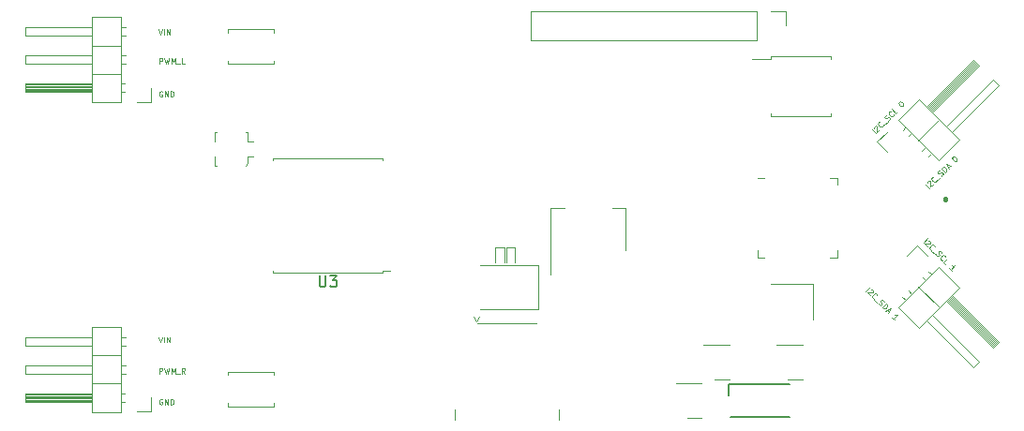
<source format=gbr>
%TF.GenerationSoftware,KiCad,Pcbnew,8.0.1*%
%TF.CreationDate,2024-03-30T16:51:40-04:00*%
%TF.ProjectId,pulp,70756c70-2e6b-4696-9361-645f70636258,rev?*%
%TF.SameCoordinates,Original*%
%TF.FileFunction,Legend,Top*%
%TF.FilePolarity,Positive*%
%FSLAX46Y46*%
G04 Gerber Fmt 4.6, Leading zero omitted, Abs format (unit mm)*
G04 Created by KiCad (PCBNEW 8.0.1) date 2024-03-30 16:51:40*
%MOMM*%
%LPD*%
G01*
G04 APERTURE LIST*
%ADD10C,0.125000*%
%ADD11C,0.100000*%
%ADD12C,0.150000*%
%ADD13C,0.120000*%
%ADD14C,0.381000*%
G04 APERTURE END LIST*
D10*
X39329855Y-74032309D02*
X39496521Y-74532309D01*
X39496521Y-74532309D02*
X39663188Y-74032309D01*
X39829854Y-74532309D02*
X39829854Y-74032309D01*
X40067949Y-74532309D02*
X40067949Y-74032309D01*
X40067949Y-74032309D02*
X40353663Y-74532309D01*
X40353663Y-74532309D02*
X40353663Y-74032309D01*
X39663188Y-79656119D02*
X39615569Y-79632309D01*
X39615569Y-79632309D02*
X39544140Y-79632309D01*
X39544140Y-79632309D02*
X39472712Y-79656119D01*
X39472712Y-79656119D02*
X39425093Y-79703738D01*
X39425093Y-79703738D02*
X39401283Y-79751357D01*
X39401283Y-79751357D02*
X39377474Y-79846595D01*
X39377474Y-79846595D02*
X39377474Y-79918023D01*
X39377474Y-79918023D02*
X39401283Y-80013261D01*
X39401283Y-80013261D02*
X39425093Y-80060880D01*
X39425093Y-80060880D02*
X39472712Y-80108500D01*
X39472712Y-80108500D02*
X39544140Y-80132309D01*
X39544140Y-80132309D02*
X39591759Y-80132309D01*
X39591759Y-80132309D02*
X39663188Y-80108500D01*
X39663188Y-80108500D02*
X39686997Y-80084690D01*
X39686997Y-80084690D02*
X39686997Y-79918023D01*
X39686997Y-79918023D02*
X39591759Y-79918023D01*
X39901283Y-80132309D02*
X39901283Y-79632309D01*
X39901283Y-79632309D02*
X40186997Y-80132309D01*
X40186997Y-80132309D02*
X40186997Y-79632309D01*
X40425093Y-80132309D02*
X40425093Y-79632309D01*
X40425093Y-79632309D02*
X40544141Y-79632309D01*
X40544141Y-79632309D02*
X40615569Y-79656119D01*
X40615569Y-79656119D02*
X40663188Y-79703738D01*
X40663188Y-79703738D02*
X40686998Y-79751357D01*
X40686998Y-79751357D02*
X40710807Y-79846595D01*
X40710807Y-79846595D02*
X40710807Y-79918023D01*
X40710807Y-79918023D02*
X40686998Y-80013261D01*
X40686998Y-80013261D02*
X40663188Y-80060880D01*
X40663188Y-80060880D02*
X40615569Y-80108500D01*
X40615569Y-80108500D02*
X40544141Y-80132309D01*
X40544141Y-80132309D02*
X40425093Y-80132309D01*
X39401283Y-49332309D02*
X39401283Y-48832309D01*
X39401283Y-48832309D02*
X39591759Y-48832309D01*
X39591759Y-48832309D02*
X39639378Y-48856119D01*
X39639378Y-48856119D02*
X39663188Y-48879928D01*
X39663188Y-48879928D02*
X39686997Y-48927547D01*
X39686997Y-48927547D02*
X39686997Y-48998976D01*
X39686997Y-48998976D02*
X39663188Y-49046595D01*
X39663188Y-49046595D02*
X39639378Y-49070404D01*
X39639378Y-49070404D02*
X39591759Y-49094214D01*
X39591759Y-49094214D02*
X39401283Y-49094214D01*
X39853664Y-48832309D02*
X39972712Y-49332309D01*
X39972712Y-49332309D02*
X40067950Y-48975166D01*
X40067950Y-48975166D02*
X40163188Y-49332309D01*
X40163188Y-49332309D02*
X40282236Y-48832309D01*
X40472712Y-49332309D02*
X40472712Y-48832309D01*
X40472712Y-48832309D02*
X40639379Y-49189452D01*
X40639379Y-49189452D02*
X40806045Y-48832309D01*
X40806045Y-48832309D02*
X40806045Y-49332309D01*
X40925094Y-49379928D02*
X41306046Y-49379928D01*
X41663188Y-49332309D02*
X41425093Y-49332309D01*
X41425093Y-49332309D02*
X41425093Y-48832309D01*
X39663188Y-51856119D02*
X39615569Y-51832309D01*
X39615569Y-51832309D02*
X39544140Y-51832309D01*
X39544140Y-51832309D02*
X39472712Y-51856119D01*
X39472712Y-51856119D02*
X39425093Y-51903738D01*
X39425093Y-51903738D02*
X39401283Y-51951357D01*
X39401283Y-51951357D02*
X39377474Y-52046595D01*
X39377474Y-52046595D02*
X39377474Y-52118023D01*
X39377474Y-52118023D02*
X39401283Y-52213261D01*
X39401283Y-52213261D02*
X39425093Y-52260880D01*
X39425093Y-52260880D02*
X39472712Y-52308500D01*
X39472712Y-52308500D02*
X39544140Y-52332309D01*
X39544140Y-52332309D02*
X39591759Y-52332309D01*
X39591759Y-52332309D02*
X39663188Y-52308500D01*
X39663188Y-52308500D02*
X39686997Y-52284690D01*
X39686997Y-52284690D02*
X39686997Y-52118023D01*
X39686997Y-52118023D02*
X39591759Y-52118023D01*
X39901283Y-52332309D02*
X39901283Y-51832309D01*
X39901283Y-51832309D02*
X40186997Y-52332309D01*
X40186997Y-52332309D02*
X40186997Y-51832309D01*
X40425093Y-52332309D02*
X40425093Y-51832309D01*
X40425093Y-51832309D02*
X40544141Y-51832309D01*
X40544141Y-51832309D02*
X40615569Y-51856119D01*
X40615569Y-51856119D02*
X40663188Y-51903738D01*
X40663188Y-51903738D02*
X40686998Y-51951357D01*
X40686998Y-51951357D02*
X40710807Y-52046595D01*
X40710807Y-52046595D02*
X40710807Y-52118023D01*
X40710807Y-52118023D02*
X40686998Y-52213261D01*
X40686998Y-52213261D02*
X40663188Y-52260880D01*
X40663188Y-52260880D02*
X40615569Y-52308500D01*
X40615569Y-52308500D02*
X40544141Y-52332309D01*
X40544141Y-52332309D02*
X40425093Y-52332309D01*
X39401283Y-77332309D02*
X39401283Y-76832309D01*
X39401283Y-76832309D02*
X39591759Y-76832309D01*
X39591759Y-76832309D02*
X39639378Y-76856119D01*
X39639378Y-76856119D02*
X39663188Y-76879928D01*
X39663188Y-76879928D02*
X39686997Y-76927547D01*
X39686997Y-76927547D02*
X39686997Y-76998976D01*
X39686997Y-76998976D02*
X39663188Y-77046595D01*
X39663188Y-77046595D02*
X39639378Y-77070404D01*
X39639378Y-77070404D02*
X39591759Y-77094214D01*
X39591759Y-77094214D02*
X39401283Y-77094214D01*
X39853664Y-76832309D02*
X39972712Y-77332309D01*
X39972712Y-77332309D02*
X40067950Y-76975166D01*
X40067950Y-76975166D02*
X40163188Y-77332309D01*
X40163188Y-77332309D02*
X40282236Y-76832309D01*
X40472712Y-77332309D02*
X40472712Y-76832309D01*
X40472712Y-76832309D02*
X40639379Y-77189452D01*
X40639379Y-77189452D02*
X40806045Y-76832309D01*
X40806045Y-76832309D02*
X40806045Y-77332309D01*
X40925094Y-77379928D02*
X41306046Y-77379928D01*
X41710807Y-77332309D02*
X41544141Y-77094214D01*
X41425093Y-77332309D02*
X41425093Y-76832309D01*
X41425093Y-76832309D02*
X41615569Y-76832309D01*
X41615569Y-76832309D02*
X41663188Y-76856119D01*
X41663188Y-76856119D02*
X41686998Y-76879928D01*
X41686998Y-76879928D02*
X41710807Y-76927547D01*
X41710807Y-76927547D02*
X41710807Y-76998976D01*
X41710807Y-76998976D02*
X41686998Y-77046595D01*
X41686998Y-77046595D02*
X41663188Y-77070404D01*
X41663188Y-77070404D02*
X41615569Y-77094214D01*
X41615569Y-77094214D02*
X41425093Y-77094214D01*
X39329855Y-46232309D02*
X39496521Y-46732309D01*
X39496521Y-46732309D02*
X39663188Y-46232309D01*
X39829854Y-46732309D02*
X39829854Y-46232309D01*
X40067949Y-46732309D02*
X40067949Y-46232309D01*
X40067949Y-46232309D02*
X40353663Y-46732309D01*
X40353663Y-46732309D02*
X40353663Y-46232309D01*
X108894464Y-60609806D02*
X108540911Y-60256253D01*
X108726105Y-60138402D02*
X108726105Y-60104730D01*
X108726105Y-60104730D02*
X108742941Y-60054222D01*
X108742941Y-60054222D02*
X108827120Y-59970043D01*
X108827120Y-59970043D02*
X108877628Y-59953207D01*
X108877628Y-59953207D02*
X108911300Y-59953207D01*
X108911300Y-59953207D02*
X108961807Y-59970043D01*
X108961807Y-59970043D02*
X108995479Y-60003715D01*
X108995479Y-60003715D02*
X109029151Y-60071058D01*
X109029151Y-60071058D02*
X109029151Y-60475119D01*
X109029151Y-60475119D02*
X109248017Y-60256253D01*
X109567899Y-59869028D02*
X109567899Y-59902700D01*
X109567899Y-59902700D02*
X109534227Y-59970043D01*
X109534227Y-59970043D02*
X109500555Y-60003715D01*
X109500555Y-60003715D02*
X109433212Y-60037387D01*
X109433212Y-60037387D02*
X109365868Y-60037387D01*
X109365868Y-60037387D02*
X109315361Y-60020551D01*
X109315361Y-60020551D02*
X109231181Y-59970043D01*
X109231181Y-59970043D02*
X109180673Y-59919536D01*
X109180673Y-59919536D02*
X109130166Y-59835356D01*
X109130166Y-59835356D02*
X109113330Y-59784849D01*
X109113330Y-59784849D02*
X109113330Y-59717505D01*
X109113330Y-59717505D02*
X109147002Y-59650162D01*
X109147002Y-59650162D02*
X109180673Y-59616490D01*
X109180673Y-59616490D02*
X109248017Y-59582818D01*
X109248017Y-59582818D02*
X109281689Y-59582818D01*
X109702586Y-59869028D02*
X109971960Y-59599654D01*
X109988795Y-59481803D02*
X110056139Y-59448131D01*
X110056139Y-59448131D02*
X110140318Y-59363952D01*
X110140318Y-59363952D02*
X110157154Y-59313444D01*
X110157154Y-59313444D02*
X110157154Y-59279773D01*
X110157154Y-59279773D02*
X110140318Y-59229265D01*
X110140318Y-59229265D02*
X110106646Y-59195593D01*
X110106646Y-59195593D02*
X110056139Y-59178757D01*
X110056139Y-59178757D02*
X110022467Y-59178757D01*
X110022467Y-59178757D02*
X109971959Y-59195593D01*
X109971959Y-59195593D02*
X109887780Y-59246101D01*
X109887780Y-59246101D02*
X109837272Y-59262937D01*
X109837272Y-59262937D02*
X109803601Y-59262937D01*
X109803601Y-59262937D02*
X109753093Y-59246101D01*
X109753093Y-59246101D02*
X109719421Y-59212429D01*
X109719421Y-59212429D02*
X109702585Y-59161922D01*
X109702585Y-59161922D02*
X109702585Y-59128250D01*
X109702585Y-59128250D02*
X109719421Y-59077742D01*
X109719421Y-59077742D02*
X109803601Y-58993563D01*
X109803601Y-58993563D02*
X109870944Y-58959891D01*
X110359184Y-59145086D02*
X110005631Y-58791533D01*
X110005631Y-58791533D02*
X110089810Y-58707353D01*
X110089810Y-58707353D02*
X110157154Y-58673681D01*
X110157154Y-58673681D02*
X110224497Y-58673681D01*
X110224497Y-58673681D02*
X110275005Y-58690517D01*
X110275005Y-58690517D02*
X110359184Y-58741025D01*
X110359184Y-58741025D02*
X110409692Y-58791533D01*
X110409692Y-58791533D02*
X110460199Y-58875712D01*
X110460199Y-58875712D02*
X110477035Y-58926220D01*
X110477035Y-58926220D02*
X110477035Y-58993563D01*
X110477035Y-58993563D02*
X110443364Y-59060907D01*
X110443364Y-59060907D02*
X110359184Y-59145086D01*
X110594886Y-58707353D02*
X110763245Y-58538994D01*
X110662230Y-58842040D02*
X110426528Y-58370636D01*
X110426528Y-58370636D02*
X110897932Y-58606338D01*
X110998947Y-57798217D02*
X111032619Y-57764545D01*
X111032619Y-57764545D02*
X111083126Y-57747709D01*
X111083126Y-57747709D02*
X111116798Y-57747709D01*
X111116798Y-57747709D02*
X111167306Y-57764545D01*
X111167306Y-57764545D02*
X111251485Y-57815052D01*
X111251485Y-57815052D02*
X111335664Y-57899232D01*
X111335664Y-57899232D02*
X111386172Y-57983411D01*
X111386172Y-57983411D02*
X111403008Y-58033919D01*
X111403008Y-58033919D02*
X111403008Y-58067591D01*
X111403008Y-58067591D02*
X111386172Y-58118098D01*
X111386172Y-58118098D02*
X111352500Y-58151770D01*
X111352500Y-58151770D02*
X111301993Y-58168606D01*
X111301993Y-58168606D02*
X111268321Y-58168606D01*
X111268321Y-58168606D02*
X111217813Y-58151770D01*
X111217813Y-58151770D02*
X111133634Y-58101262D01*
X111133634Y-58101262D02*
X111049455Y-58017083D01*
X111049455Y-58017083D02*
X110998947Y-57932904D01*
X110998947Y-57932904D02*
X110982111Y-57882396D01*
X110982111Y-57882396D02*
X110982111Y-57848724D01*
X110982111Y-57848724D02*
X110998947Y-57798217D01*
D11*
X104083754Y-55622355D02*
X103730200Y-55268802D01*
X103915395Y-55150951D02*
X103915395Y-55117279D01*
X103915395Y-55117279D02*
X103932231Y-55066771D01*
X103932231Y-55066771D02*
X104016410Y-54982592D01*
X104016410Y-54982592D02*
X104066918Y-54965756D01*
X104066918Y-54965756D02*
X104100589Y-54965756D01*
X104100589Y-54965756D02*
X104151097Y-54982592D01*
X104151097Y-54982592D02*
X104184769Y-55016264D01*
X104184769Y-55016264D02*
X104218440Y-55083607D01*
X104218440Y-55083607D02*
X104218440Y-55487668D01*
X104218440Y-55487668D02*
X104437307Y-55268802D01*
X104757188Y-54881577D02*
X104757188Y-54915249D01*
X104757188Y-54915249D02*
X104723516Y-54982592D01*
X104723516Y-54982592D02*
X104689845Y-55016264D01*
X104689845Y-55016264D02*
X104622501Y-55049936D01*
X104622501Y-55049936D02*
X104555158Y-55049936D01*
X104555158Y-55049936D02*
X104504650Y-55033100D01*
X104504650Y-55033100D02*
X104420471Y-54982592D01*
X104420471Y-54982592D02*
X104369963Y-54932085D01*
X104369963Y-54932085D02*
X104319455Y-54847905D01*
X104319455Y-54847905D02*
X104302619Y-54797398D01*
X104302619Y-54797398D02*
X104302619Y-54730054D01*
X104302619Y-54730054D02*
X104336291Y-54662711D01*
X104336291Y-54662711D02*
X104369963Y-54629039D01*
X104369963Y-54629039D02*
X104437306Y-54595367D01*
X104437306Y-54595367D02*
X104470978Y-54595367D01*
X104891875Y-54881577D02*
X105161249Y-54612203D01*
X105178085Y-54494352D02*
X105245428Y-54460680D01*
X105245428Y-54460680D02*
X105329608Y-54376501D01*
X105329608Y-54376501D02*
X105346443Y-54325993D01*
X105346443Y-54325993D02*
X105346443Y-54292322D01*
X105346443Y-54292322D02*
X105329608Y-54241814D01*
X105329608Y-54241814D02*
X105295936Y-54208142D01*
X105295936Y-54208142D02*
X105245428Y-54191306D01*
X105245428Y-54191306D02*
X105211756Y-54191306D01*
X105211756Y-54191306D02*
X105161249Y-54208142D01*
X105161249Y-54208142D02*
X105077069Y-54258650D01*
X105077069Y-54258650D02*
X105026562Y-54275486D01*
X105026562Y-54275486D02*
X104992890Y-54275486D01*
X104992890Y-54275486D02*
X104942382Y-54258650D01*
X104942382Y-54258650D02*
X104908711Y-54224978D01*
X104908711Y-54224978D02*
X104891875Y-54174471D01*
X104891875Y-54174471D02*
X104891875Y-54140799D01*
X104891875Y-54140799D02*
X104908711Y-54090291D01*
X104908711Y-54090291D02*
X104992890Y-54006112D01*
X104992890Y-54006112D02*
X105060234Y-53972440D01*
X105716832Y-53921933D02*
X105716832Y-53955605D01*
X105716832Y-53955605D02*
X105683161Y-54022948D01*
X105683161Y-54022948D02*
X105649489Y-54056620D01*
X105649489Y-54056620D02*
X105582145Y-54090292D01*
X105582145Y-54090292D02*
X105514802Y-54090292D01*
X105514802Y-54090292D02*
X105464294Y-54073456D01*
X105464294Y-54073456D02*
X105380115Y-54022948D01*
X105380115Y-54022948D02*
X105329607Y-53972440D01*
X105329607Y-53972440D02*
X105279100Y-53888261D01*
X105279100Y-53888261D02*
X105262264Y-53837753D01*
X105262264Y-53837753D02*
X105262264Y-53770410D01*
X105262264Y-53770410D02*
X105295936Y-53703066D01*
X105295936Y-53703066D02*
X105329607Y-53669395D01*
X105329607Y-53669395D02*
X105396951Y-53635723D01*
X105396951Y-53635723D02*
X105430623Y-53635723D01*
X106070386Y-53635723D02*
X105902027Y-53804082D01*
X105902027Y-53804082D02*
X105548474Y-53450528D01*
X106171401Y-52827601D02*
X106205073Y-52793929D01*
X106205073Y-52793929D02*
X106255580Y-52777093D01*
X106255580Y-52777093D02*
X106289252Y-52777093D01*
X106289252Y-52777093D02*
X106339760Y-52793929D01*
X106339760Y-52793929D02*
X106423939Y-52844437D01*
X106423939Y-52844437D02*
X106508118Y-52928616D01*
X106508118Y-52928616D02*
X106558626Y-53012796D01*
X106558626Y-53012796D02*
X106575462Y-53063303D01*
X106575462Y-53063303D02*
X106575462Y-53096975D01*
X106575462Y-53096975D02*
X106558626Y-53147483D01*
X106558626Y-53147483D02*
X106524954Y-53181154D01*
X106524954Y-53181154D02*
X106474447Y-53197990D01*
X106474447Y-53197990D02*
X106440775Y-53197990D01*
X106440775Y-53197990D02*
X106390267Y-53181154D01*
X106390267Y-53181154D02*
X106306088Y-53130647D01*
X106306088Y-53130647D02*
X106221908Y-53046467D01*
X106221908Y-53046467D02*
X106171401Y-52962288D01*
X106171401Y-52962288D02*
X106154565Y-52911780D01*
X106154565Y-52911780D02*
X106154565Y-52878109D01*
X106154565Y-52878109D02*
X106171401Y-52827601D01*
D10*
X103190193Y-69894464D02*
X103543746Y-69540911D01*
X103661597Y-69726105D02*
X103695269Y-69726105D01*
X103695269Y-69726105D02*
X103745777Y-69742941D01*
X103745777Y-69742941D02*
X103829956Y-69827120D01*
X103829956Y-69827120D02*
X103846792Y-69877628D01*
X103846792Y-69877628D02*
X103846792Y-69911300D01*
X103846792Y-69911300D02*
X103829956Y-69961807D01*
X103829956Y-69961807D02*
X103796284Y-69995479D01*
X103796284Y-69995479D02*
X103728941Y-70029151D01*
X103728941Y-70029151D02*
X103324880Y-70029151D01*
X103324880Y-70029151D02*
X103543746Y-70248017D01*
X103930971Y-70567899D02*
X103897299Y-70567899D01*
X103897299Y-70567899D02*
X103829956Y-70534227D01*
X103829956Y-70534227D02*
X103796284Y-70500555D01*
X103796284Y-70500555D02*
X103762612Y-70433212D01*
X103762612Y-70433212D02*
X103762612Y-70365868D01*
X103762612Y-70365868D02*
X103779448Y-70315361D01*
X103779448Y-70315361D02*
X103829956Y-70231181D01*
X103829956Y-70231181D02*
X103880463Y-70180673D01*
X103880463Y-70180673D02*
X103964643Y-70130166D01*
X103964643Y-70130166D02*
X104015150Y-70113330D01*
X104015150Y-70113330D02*
X104082494Y-70113330D01*
X104082494Y-70113330D02*
X104149837Y-70147002D01*
X104149837Y-70147002D02*
X104183509Y-70180673D01*
X104183509Y-70180673D02*
X104217181Y-70248017D01*
X104217181Y-70248017D02*
X104217181Y-70281689D01*
X103930971Y-70702586D02*
X104200345Y-70971960D01*
X104318196Y-70988795D02*
X104351868Y-71056139D01*
X104351868Y-71056139D02*
X104436047Y-71140318D01*
X104436047Y-71140318D02*
X104486555Y-71157154D01*
X104486555Y-71157154D02*
X104520226Y-71157154D01*
X104520226Y-71157154D02*
X104570734Y-71140318D01*
X104570734Y-71140318D02*
X104604406Y-71106646D01*
X104604406Y-71106646D02*
X104621242Y-71056139D01*
X104621242Y-71056139D02*
X104621242Y-71022467D01*
X104621242Y-71022467D02*
X104604406Y-70971959D01*
X104604406Y-70971959D02*
X104553898Y-70887780D01*
X104553898Y-70887780D02*
X104537062Y-70837272D01*
X104537062Y-70837272D02*
X104537062Y-70803601D01*
X104537062Y-70803601D02*
X104553898Y-70753093D01*
X104553898Y-70753093D02*
X104587570Y-70719421D01*
X104587570Y-70719421D02*
X104638077Y-70702585D01*
X104638077Y-70702585D02*
X104671749Y-70702585D01*
X104671749Y-70702585D02*
X104722257Y-70719421D01*
X104722257Y-70719421D02*
X104806436Y-70803601D01*
X104806436Y-70803601D02*
X104840108Y-70870944D01*
X104654913Y-71359184D02*
X105008466Y-71005631D01*
X105008466Y-71005631D02*
X105092646Y-71089810D01*
X105092646Y-71089810D02*
X105126318Y-71157154D01*
X105126318Y-71157154D02*
X105126318Y-71224497D01*
X105126318Y-71224497D02*
X105109482Y-71275005D01*
X105109482Y-71275005D02*
X105058974Y-71359184D01*
X105058974Y-71359184D02*
X105008466Y-71409692D01*
X105008466Y-71409692D02*
X104924287Y-71460199D01*
X104924287Y-71460199D02*
X104873779Y-71477035D01*
X104873779Y-71477035D02*
X104806436Y-71477035D01*
X104806436Y-71477035D02*
X104739092Y-71443364D01*
X104739092Y-71443364D02*
X104654913Y-71359184D01*
X105092646Y-71594886D02*
X105261005Y-71763245D01*
X104957959Y-71662230D02*
X105429363Y-71426528D01*
X105429363Y-71426528D02*
X105193661Y-71897932D01*
X105766080Y-72470351D02*
X105564050Y-72268321D01*
X105665065Y-72369336D02*
X106018618Y-72015783D01*
X106018618Y-72015783D02*
X105934439Y-72032619D01*
X105934439Y-72032619D02*
X105867095Y-72032619D01*
X105867095Y-72032619D02*
X105816588Y-72015783D01*
D11*
X108377644Y-65483754D02*
X108731197Y-65130200D01*
X108849048Y-65315395D02*
X108882720Y-65315395D01*
X108882720Y-65315395D02*
X108933228Y-65332231D01*
X108933228Y-65332231D02*
X109017407Y-65416410D01*
X109017407Y-65416410D02*
X109034243Y-65466918D01*
X109034243Y-65466918D02*
X109034243Y-65500589D01*
X109034243Y-65500589D02*
X109017407Y-65551097D01*
X109017407Y-65551097D02*
X108983735Y-65584769D01*
X108983735Y-65584769D02*
X108916392Y-65618440D01*
X108916392Y-65618440D02*
X108512331Y-65618440D01*
X108512331Y-65618440D02*
X108731197Y-65837307D01*
X109118422Y-66157188D02*
X109084750Y-66157188D01*
X109084750Y-66157188D02*
X109017407Y-66123516D01*
X109017407Y-66123516D02*
X108983735Y-66089845D01*
X108983735Y-66089845D02*
X108950063Y-66022501D01*
X108950063Y-66022501D02*
X108950063Y-65955158D01*
X108950063Y-65955158D02*
X108966899Y-65904650D01*
X108966899Y-65904650D02*
X109017407Y-65820471D01*
X109017407Y-65820471D02*
X109067914Y-65769963D01*
X109067914Y-65769963D02*
X109152094Y-65719455D01*
X109152094Y-65719455D02*
X109202601Y-65702619D01*
X109202601Y-65702619D02*
X109269945Y-65702619D01*
X109269945Y-65702619D02*
X109337288Y-65736291D01*
X109337288Y-65736291D02*
X109370960Y-65769963D01*
X109370960Y-65769963D02*
X109404632Y-65837306D01*
X109404632Y-65837306D02*
X109404632Y-65870978D01*
X109118422Y-66291875D02*
X109387796Y-66561249D01*
X109505647Y-66578085D02*
X109539319Y-66645428D01*
X109539319Y-66645428D02*
X109623498Y-66729608D01*
X109623498Y-66729608D02*
X109674006Y-66746443D01*
X109674006Y-66746443D02*
X109707677Y-66746443D01*
X109707677Y-66746443D02*
X109758185Y-66729608D01*
X109758185Y-66729608D02*
X109791857Y-66695936D01*
X109791857Y-66695936D02*
X109808693Y-66645428D01*
X109808693Y-66645428D02*
X109808693Y-66611756D01*
X109808693Y-66611756D02*
X109791857Y-66561249D01*
X109791857Y-66561249D02*
X109741349Y-66477069D01*
X109741349Y-66477069D02*
X109724513Y-66426562D01*
X109724513Y-66426562D02*
X109724513Y-66392890D01*
X109724513Y-66392890D02*
X109741349Y-66342382D01*
X109741349Y-66342382D02*
X109775021Y-66308711D01*
X109775021Y-66308711D02*
X109825528Y-66291875D01*
X109825528Y-66291875D02*
X109859200Y-66291875D01*
X109859200Y-66291875D02*
X109909708Y-66308711D01*
X109909708Y-66308711D02*
X109993887Y-66392890D01*
X109993887Y-66392890D02*
X110027559Y-66460234D01*
X110078066Y-67116832D02*
X110044394Y-67116832D01*
X110044394Y-67116832D02*
X109977051Y-67083161D01*
X109977051Y-67083161D02*
X109943379Y-67049489D01*
X109943379Y-67049489D02*
X109909707Y-66982145D01*
X109909707Y-66982145D02*
X109909707Y-66914802D01*
X109909707Y-66914802D02*
X109926543Y-66864294D01*
X109926543Y-66864294D02*
X109977051Y-66780115D01*
X109977051Y-66780115D02*
X110027559Y-66729607D01*
X110027559Y-66729607D02*
X110111738Y-66679100D01*
X110111738Y-66679100D02*
X110162246Y-66662264D01*
X110162246Y-66662264D02*
X110229589Y-66662264D01*
X110229589Y-66662264D02*
X110296933Y-66695936D01*
X110296933Y-66695936D02*
X110330604Y-66729607D01*
X110330604Y-66729607D02*
X110364276Y-66796951D01*
X110364276Y-66796951D02*
X110364276Y-66830623D01*
X110364276Y-67470386D02*
X110195917Y-67302027D01*
X110195917Y-67302027D02*
X110549471Y-66948474D01*
X110936696Y-68042805D02*
X110734665Y-67840775D01*
X110835680Y-67941790D02*
X111189234Y-67588237D01*
X111189234Y-67588237D02*
X111105054Y-67605073D01*
X111105054Y-67605073D02*
X111037711Y-67605073D01*
X111037711Y-67605073D02*
X110987203Y-67588237D01*
D12*
X53858095Y-68504819D02*
X53858095Y-69314342D01*
X53858095Y-69314342D02*
X53905714Y-69409580D01*
X53905714Y-69409580D02*
X53953333Y-69457200D01*
X53953333Y-69457200D02*
X54048571Y-69504819D01*
X54048571Y-69504819D02*
X54239047Y-69504819D01*
X54239047Y-69504819D02*
X54334285Y-69457200D01*
X54334285Y-69457200D02*
X54381904Y-69409580D01*
X54381904Y-69409580D02*
X54429523Y-69314342D01*
X54429523Y-69314342D02*
X54429523Y-68504819D01*
X54810476Y-68504819D02*
X55429523Y-68504819D01*
X55429523Y-68504819D02*
X55096190Y-68885771D01*
X55096190Y-68885771D02*
X55239047Y-68885771D01*
X55239047Y-68885771D02*
X55334285Y-68933390D01*
X55334285Y-68933390D02*
X55381904Y-68981009D01*
X55381904Y-68981009D02*
X55429523Y-69076247D01*
X55429523Y-69076247D02*
X55429523Y-69314342D01*
X55429523Y-69314342D02*
X55381904Y-69409580D01*
X55381904Y-69409580D02*
X55334285Y-69457200D01*
X55334285Y-69457200D02*
X55239047Y-69504819D01*
X55239047Y-69504819D02*
X54953333Y-69504819D01*
X54953333Y-69504819D02*
X54858095Y-69457200D01*
X54858095Y-69457200D02*
X54810476Y-69409580D01*
D13*
%TO.C,D4*%
X73590000Y-71510000D02*
X73590000Y-67590000D01*
X73590000Y-67590000D02*
X68380000Y-67590000D01*
X68380000Y-71510000D02*
X73590000Y-71510000D01*
%TO.C,J5*%
X38645000Y-52795000D02*
X37375000Y-52795000D01*
X38645000Y-51525000D02*
X38645000Y-52795000D01*
X36332071Y-49365000D02*
X35935000Y-49365000D01*
X36332071Y-48605000D02*
X35935000Y-48605000D01*
X36332071Y-46825000D02*
X35935000Y-46825000D01*
X36332071Y-46065000D02*
X35935000Y-46065000D01*
X36265000Y-51905000D02*
X35935000Y-51905000D01*
X36265000Y-51145000D02*
X35935000Y-51145000D01*
X35935000Y-52855000D02*
X35935000Y-45115000D01*
X35935000Y-50255000D02*
X33275000Y-50255000D01*
X35935000Y-47715000D02*
X33275000Y-47715000D01*
X35935000Y-45115000D02*
X33275000Y-45115000D01*
X33275000Y-52855000D02*
X35935000Y-52855000D01*
X33275000Y-51905000D02*
X27275000Y-51905000D01*
X33275000Y-51845000D02*
X27275000Y-51845000D01*
X33275000Y-51725000D02*
X27275000Y-51725000D01*
X33275000Y-51605000D02*
X27275000Y-51605000D01*
X33275000Y-51485000D02*
X27275000Y-51485000D01*
X33275000Y-51365000D02*
X27275000Y-51365000D01*
X33275000Y-51245000D02*
X27275000Y-51245000D01*
X33275000Y-49365000D02*
X27275000Y-49365000D01*
X33275000Y-46825000D02*
X27275000Y-46825000D01*
X33275000Y-45115000D02*
X33275000Y-52855000D01*
X27275000Y-51905000D02*
X27275000Y-51145000D01*
X27275000Y-51145000D02*
X33275000Y-51145000D01*
X27275000Y-49365000D02*
X27275000Y-48605000D01*
X27275000Y-48605000D02*
X33275000Y-48605000D01*
X27275000Y-46825000D02*
X27275000Y-46065000D01*
X27275000Y-46065000D02*
X33275000Y-46065000D01*
%TO.C,J6*%
X95935000Y-44575000D02*
X95935000Y-45905000D01*
X94605000Y-44575000D02*
X95935000Y-44575000D01*
X93335000Y-47235000D02*
X72955000Y-47235000D01*
X93335000Y-44575000D02*
X93335000Y-47235000D01*
X93335000Y-44575000D02*
X72955000Y-44575000D01*
X72955000Y-44575000D02*
X72955000Y-47235000D01*
%TO.C,J4*%
X38675000Y-80795000D02*
X37405000Y-80795000D01*
X38675000Y-79525000D02*
X38675000Y-80795000D01*
X36362071Y-77365000D02*
X35965000Y-77365000D01*
X36362071Y-76605000D02*
X35965000Y-76605000D01*
X36362071Y-74825000D02*
X35965000Y-74825000D01*
X36362071Y-74065000D02*
X35965000Y-74065000D01*
X36295000Y-79905000D02*
X35965000Y-79905000D01*
X36295000Y-79145000D02*
X35965000Y-79145000D01*
X35965000Y-80855000D02*
X35965000Y-73115000D01*
X35965000Y-78255000D02*
X33305000Y-78255000D01*
X35965000Y-75715000D02*
X33305000Y-75715000D01*
X35965000Y-73115000D02*
X33305000Y-73115000D01*
X33305000Y-80855000D02*
X35965000Y-80855000D01*
X33305000Y-79905000D02*
X27305000Y-79905000D01*
X33305000Y-79845000D02*
X27305000Y-79845000D01*
X33305000Y-79725000D02*
X27305000Y-79725000D01*
X33305000Y-79605000D02*
X27305000Y-79605000D01*
X33305000Y-79485000D02*
X27305000Y-79485000D01*
X33305000Y-79365000D02*
X27305000Y-79365000D01*
X33305000Y-79245000D02*
X27305000Y-79245000D01*
X33305000Y-77365000D02*
X27305000Y-77365000D01*
X33305000Y-74825000D02*
X27305000Y-74825000D01*
X33305000Y-73115000D02*
X33305000Y-80855000D01*
X27305000Y-79905000D02*
X27305000Y-79145000D01*
X27305000Y-79145000D02*
X33305000Y-79145000D01*
X27305000Y-77365000D02*
X27305000Y-76605000D01*
X27305000Y-76605000D02*
X33305000Y-76605000D01*
X27305000Y-74825000D02*
X27305000Y-74065000D01*
X27305000Y-74065000D02*
X33305000Y-74065000D01*
%TO.C,D1*%
X70530000Y-67300000D02*
X70530000Y-65940000D01*
X70530000Y-65940000D02*
X69730000Y-65940000D01*
X69730000Y-67300000D02*
X69730000Y-65940000D01*
%TO.C,U2*%
X100610000Y-66860000D02*
X100610000Y-66210000D01*
X100610000Y-59640000D02*
X100610000Y-60290000D01*
X99960000Y-66860000D02*
X100610000Y-66860000D01*
X99960000Y-59640000D02*
X100610000Y-59640000D01*
X94040000Y-66860000D02*
X93390000Y-66860000D01*
X94040000Y-59640000D02*
X93390000Y-59640000D01*
X93390000Y-66860000D02*
X93390000Y-66210000D01*
%TO.C,D2*%
X71530000Y-67300000D02*
X71530000Y-65940000D01*
X71530000Y-65940000D02*
X70730000Y-65940000D01*
X70730000Y-67300000D02*
X70730000Y-65940000D01*
%TO.C,X2*%
X98430000Y-72435000D02*
X98430000Y-69285000D01*
X98430000Y-69285000D02*
X94630000Y-69285000D01*
D12*
%TO.C,D3*%
X96330000Y-81300000D02*
X90930000Y-81300000D01*
X96330000Y-78300000D02*
X90830000Y-78300000D01*
X90830000Y-79300000D02*
X90830000Y-78300000D01*
D13*
%TO.C,J1*%
X47380000Y-58350000D02*
X47180000Y-58550000D01*
X47380000Y-57750000D02*
X47880000Y-57750000D01*
X47380000Y-57750000D02*
X47380000Y-58350000D01*
X47380000Y-56350000D02*
X47880000Y-56350000D01*
X47380000Y-55550000D02*
X47380000Y-56350000D01*
X47180000Y-55550000D02*
X47380000Y-55550000D01*
X44580000Y-58550000D02*
X44380000Y-58550000D01*
X44380000Y-58550000D02*
X44380000Y-57750000D01*
X44380000Y-56350000D02*
X44380000Y-55550000D01*
X44380000Y-55550000D02*
X44580000Y-55550000D01*
%TO.C,SW1*%
X49700000Y-49370000D02*
X45560000Y-49370000D01*
X49700000Y-49070000D02*
X49700000Y-49370000D01*
X49700000Y-46230000D02*
X49700000Y-46530000D01*
X45560000Y-49370000D02*
X45560000Y-49070000D01*
X45560000Y-46530000D02*
X45560000Y-46230000D01*
X45560000Y-46230000D02*
X49700000Y-46230000D01*
%TO.C,Q2*%
X96817500Y-77910000D02*
X97467500Y-77910000D01*
X96817500Y-77910000D02*
X96167500Y-77910000D01*
X96817500Y-74790000D02*
X97467500Y-74790000D01*
X96817500Y-74790000D02*
X95142500Y-74790000D01*
%TO.C,U5*%
X100017000Y-54091000D02*
X100017000Y-53831000D01*
X100017000Y-48641000D02*
X100017000Y-48901000D01*
X97292000Y-54091000D02*
X100017000Y-54091000D01*
X97292000Y-54091000D02*
X94567000Y-54091000D01*
X97292000Y-48641000D02*
X100017000Y-48641000D01*
X97292000Y-48641000D02*
X94567000Y-48641000D01*
X94567000Y-54091000D02*
X94567000Y-53831000D01*
X94567000Y-48901000D02*
X92892000Y-48901000D01*
X94567000Y-48641000D02*
X94567000Y-48901000D01*
%TO.C,U4*%
X81525000Y-66170000D02*
X81525000Y-62410000D01*
X81525000Y-62410000D02*
X80265000Y-62410000D01*
X74705000Y-68420000D02*
X74705000Y-62410000D01*
X74705000Y-62410000D02*
X75965000Y-62410000D01*
%TO.C,Q3*%
X87692500Y-81360000D02*
X88342500Y-81360000D01*
X87692500Y-81360000D02*
X87042500Y-81360000D01*
X87692500Y-78240000D02*
X88342500Y-78240000D01*
X87692500Y-78240000D02*
X86017500Y-78240000D01*
%TO.C,Q1*%
X90192500Y-77860000D02*
X90842500Y-77860000D01*
X90192500Y-77860000D02*
X89542500Y-77860000D01*
X90192500Y-74740000D02*
X90842500Y-74740000D01*
X90192500Y-74740000D02*
X88517500Y-74740000D01*
%TO.C,SW2*%
X49700000Y-80320000D02*
X45560000Y-80320000D01*
X49700000Y-80020000D02*
X49700000Y-80320000D01*
X49700000Y-77180000D02*
X49700000Y-77480000D01*
X45560000Y-80320000D02*
X45560000Y-80020000D01*
X45560000Y-77480000D02*
X45560000Y-77180000D01*
X45560000Y-77180000D02*
X49700000Y-77180000D01*
%TO.C,J3*%
X115211377Y-51315004D02*
X110968737Y-55557645D01*
X114673976Y-50777603D02*
X115211377Y-51315004D01*
X113415326Y-49518953D02*
X109172685Y-53761594D01*
X112877925Y-48981552D02*
X113415326Y-49518953D01*
X111640488Y-56229396D02*
X107963533Y-52552441D01*
X110431335Y-55020244D02*
X114673976Y-50777603D01*
X109759584Y-58110300D02*
X111640488Y-56229396D01*
X109101975Y-53690883D02*
X113344615Y-49448242D01*
X109017122Y-53606030D02*
X113259763Y-49363390D01*
X108932269Y-53521177D02*
X113174910Y-49278537D01*
X108847416Y-53436325D02*
X113090057Y-49193684D01*
X108807061Y-57719321D02*
X109087833Y-57438549D01*
X108762563Y-53351472D02*
X113005204Y-49108831D01*
X108677711Y-53266619D02*
X112920351Y-49023978D01*
X108635284Y-53224193D02*
X112877925Y-48981552D01*
X108269660Y-57181919D02*
X108550431Y-56901148D01*
X107963533Y-52552441D02*
X106082629Y-54433345D01*
X107921106Y-56271823D02*
X109802010Y-54390919D01*
X107058436Y-55875843D02*
X107291781Y-55642498D01*
X106521035Y-55338442D02*
X106754380Y-55105097D01*
X106082629Y-54433345D02*
X109759584Y-58110300D01*
X105106821Y-57290057D02*
X104208796Y-56392031D01*
X104208796Y-56392031D02*
X105106821Y-55494005D01*
%TO.C,U3*%
X60270000Y-68060000D02*
X59580000Y-68060000D01*
X59580000Y-68210000D02*
X59580000Y-68060000D01*
X59580000Y-68210000D02*
X49660000Y-68210000D01*
X59580000Y-58040000D02*
X59580000Y-57890000D01*
X59580000Y-57890000D02*
X49660000Y-57890000D01*
X49660000Y-68210000D02*
X49660000Y-68060000D01*
X49660000Y-58040000D02*
X49660000Y-57890000D01*
%TO.C,J7*%
X75500000Y-81550000D02*
X75500000Y-80600000D01*
X68150000Y-72830000D02*
X73450000Y-72830000D01*
X68050000Y-72600000D02*
X68300000Y-72250000D01*
X67800000Y-72250000D02*
X68050000Y-72600000D01*
X66100000Y-80600000D02*
X66100000Y-81550000D01*
%TO.C,J2*%
X106089700Y-71359584D02*
X107970604Y-73240488D01*
X106480679Y-70407061D02*
X106761451Y-70687833D01*
X106909943Y-66706821D02*
X107807969Y-65808796D01*
X107018081Y-69869660D02*
X107298852Y-70150431D01*
X107807969Y-65808796D02*
X108705995Y-66706821D01*
X107928177Y-69521106D02*
X109809081Y-71402010D01*
X107970604Y-73240488D02*
X111647559Y-69563533D01*
X108324157Y-68658436D02*
X108557502Y-68891781D01*
X108861558Y-68121035D02*
X109094903Y-68354380D01*
X109179756Y-72031335D02*
X113422397Y-76273976D01*
X109766655Y-67682629D02*
X106089700Y-71359584D01*
X110509117Y-70701975D02*
X114751758Y-74944615D01*
X110593970Y-70617122D02*
X114836610Y-74859763D01*
X110678823Y-70532269D02*
X114921463Y-74774910D01*
X110763675Y-70447416D02*
X115006316Y-74690057D01*
X110848528Y-70362563D02*
X115091169Y-74605204D01*
X110933381Y-70277711D02*
X115176022Y-74520351D01*
X110975807Y-70235284D02*
X115218448Y-74477925D01*
X111647559Y-69563533D02*
X109766655Y-67682629D01*
X112884996Y-76811377D02*
X108642355Y-72568737D01*
X113422397Y-76273976D02*
X112884996Y-76811377D01*
X114681047Y-75015326D02*
X110438406Y-70772685D01*
X115218448Y-74477925D02*
X114681047Y-75015326D01*
D14*
%TO.C,U1*%
X110331800Y-61576800D02*
X110382600Y-61627600D01*
%TD*%
M02*

</source>
